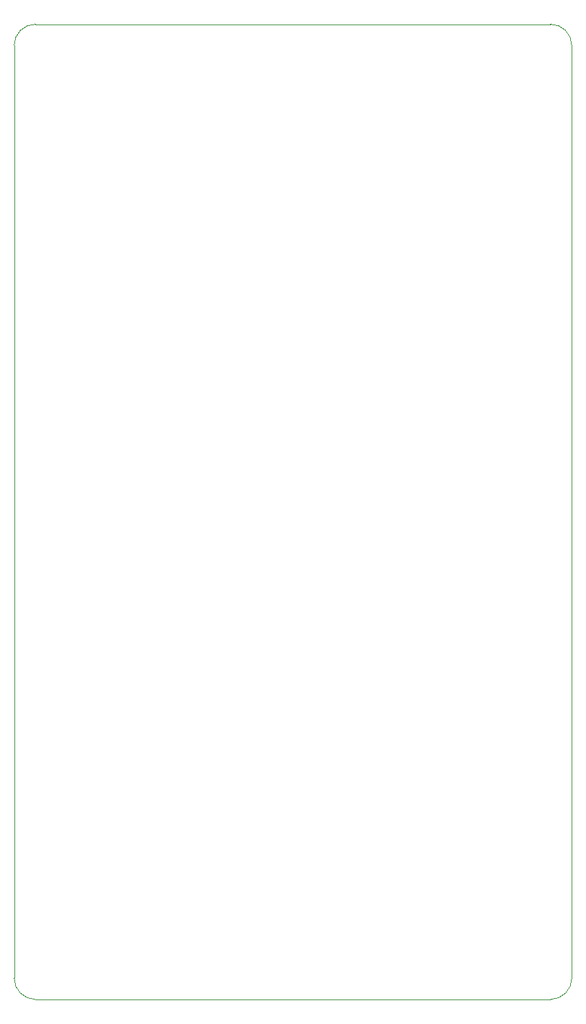
<source format=gm1>
G04 #@! TF.GenerationSoftware,KiCad,Pcbnew,8.0.1*
G04 #@! TF.CreationDate,2025-03-04T19:56:39+01:00*
G04 #@! TF.ProjectId,arroseurPCB,6172726f-7365-4757-9250-43422e6b6963,rev?*
G04 #@! TF.SameCoordinates,Original*
G04 #@! TF.FileFunction,Profile,NP*
%FSLAX46Y46*%
G04 Gerber Fmt 4.6, Leading zero omitted, Abs format (unit mm)*
G04 Created by KiCad (PCBNEW 8.0.1) date 2025-03-04 19:56:39*
%MOMM*%
%LPD*%
G01*
G04 APERTURE LIST*
G04 #@! TA.AperFunction,Profile*
%ADD10C,0.050000*%
G04 #@! TD*
G04 APERTURE END LIST*
D10*
X173000000Y-159500000D02*
X173000000Y-50000000D01*
X107500000Y-50000000D02*
G75*
G02*
X110000000Y-47500000I2500000J0D01*
G01*
X173000000Y-159500000D02*
G75*
G02*
X170500000Y-162000000I-2500000J0D01*
G01*
X170500000Y-47500000D02*
G75*
G02*
X173000000Y-50000000I0J-2500000D01*
G01*
X110000000Y-162000000D02*
X170500000Y-162000000D01*
X170500000Y-47500000D02*
X110000000Y-47500000D01*
X110000000Y-162000000D02*
G75*
G02*
X107500000Y-159500000I0J2500000D01*
G01*
X107500000Y-50000000D02*
X107500000Y-159500000D01*
M02*

</source>
